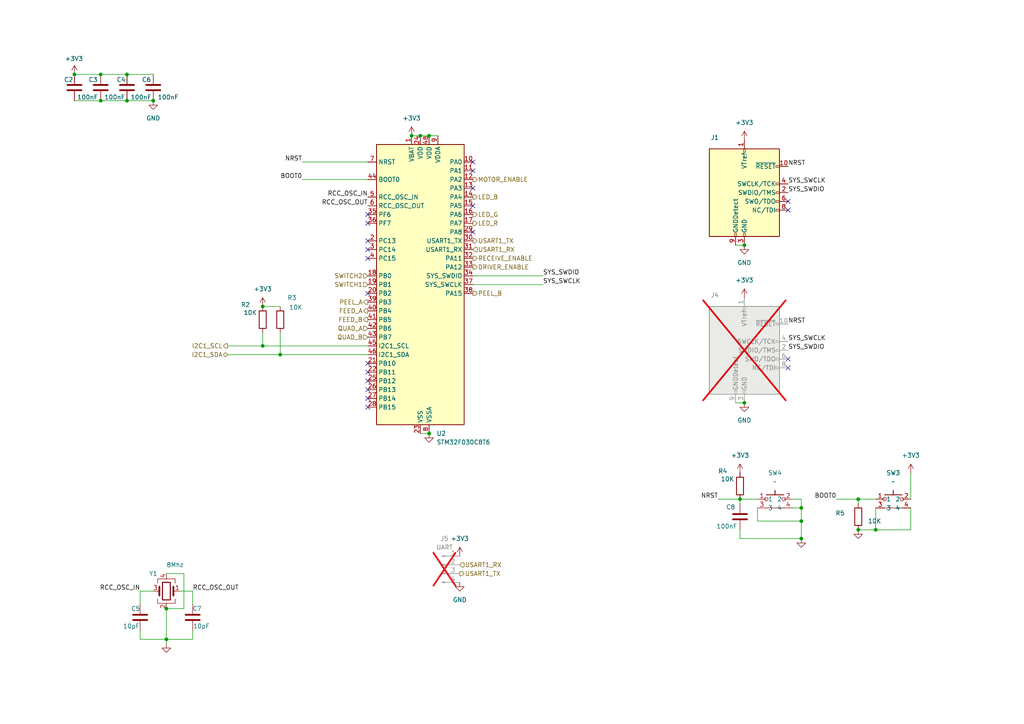
<source format=kicad_sch>
(kicad_sch (version 20250114) (generator "eeschema") (generator_version "9.0")
  (paper "A4")
  (lib_symbols
    (symbol "Connector:Conn_01x04_Pin" (pin_names (offset 1.016) (hide yes))
      (property "Reference" "J" (at 0 5.08 0))
      (property "Value" "Conn_01x04_Pin" (at 0 -7.62 0))
      (symbol "Conn_01x04_Pin_1_1"
        (rectangle (start 0.8636 2.667) (end 0 2.413) (stroke (width 0.1524)) (fill (type outline)))
        (rectangle (start 0.8636 0.127) (end 0 -0.127) (stroke (width 0.1524)) (fill (type outline)))
        (rectangle (start 0.8636 -2.413) (end 0 -2.667) (stroke (width 0.1524)) (fill (type outline)))
        (rectangle (start 0.8636 -4.953) (end 0 -5.207) (stroke (width 0.1524)) (fill (type outline)))
        (polyline (pts (xy 1.27 2.54) (xy 0.8636 2.54)) (stroke (width 0.1524)))
        (polyline (pts (xy 1.27 0) (xy 0.8636 0)) (stroke (width 0.1524)))
        (polyline (pts (xy 1.27 -2.54) (xy 0.8636 -2.54)) (stroke (width 0.1524)))
        (polyline (pts (xy 1.27 -5.08) (xy 0.8636 -5.08)) (stroke (width 0.1524)))
        (pin passive line (at 5.08 2.54 180) (length 3.81) (name "Pin_1") (number "1"))
        (pin passive line (at 5.08 0 180) (length 3.81) (name "Pin_2") (number "2"))
        (pin passive line (at 5.08 -2.54 180) (length 3.81) (name "Pin_3") (number "3"))
        (pin passive line (at 5.08 -5.08 180) (length 3.81) (name "Pin_4") (number "4"))
      )
    )
    (symbol "Connector:Conn_ARM_JTAG_SWD_10" (pin_names (offset 1.016))
      (property "Reference" "J" (at -2.54 16.51 0))
      (property "Value" "Conn_ARM_JTAG_SWD_10" (at -2.54 13.97 0))
      (symbol "Conn_ARM_JTAG_SWD_10_0_1"
        (rectangle (start -10.16 12.7) (end 10.16 -12.7) (stroke (width 0.254)) (fill (type background)))
        (rectangle (start -2.794 -12.7) (end -2.286 -11.684))
        (rectangle (start -0.254 12.7) (end 0.254 11.684))
        (rectangle (start -0.254 -12.7) (end 0.254 -11.684))
        (rectangle (start 9.144 2.286) (end 10.16 2.794))
        (rectangle (start 10.16 7.874) (end 9.144 7.366))
        (rectangle (start 10.16 -0.254) (end 9.144 0.254))
        (rectangle (start 10.16 -2.794) (end 9.144 -2.286))
      )
      (symbol "Conn_ARM_JTAG_SWD_10_1_1"
        (rectangle (start 9.144 -5.334) (end 10.16 -4.826))
        (pin no_connect line (at -10.16 0 0) (length 2.54) (hide yes) (name "KEY") (number "7"))
        (pin passive line (at -2.54 -15.24 90) (length 2.54) (name "GNDDetect") (number "9"))
        (pin power_in line (at 0 15.24 270) (length 2.54) (name "VTref") (number "1"))
        (pin power_in line (at 0 -15.24 90) (length 2.54) (name "GND") (number "3"))
        (pin passive line (at 0 -15.24 90) (length 2.54) (hide yes) (name "GND") (number "5"))
        (pin open_collector line (at 12.7 7.62 180) (length 2.54) (name "~{RESET}") (number "10"))
        (pin output line (at 12.7 2.54 180) (length 2.54) (name "SWCLK/TCK") (number "4"))
        (pin bidirectional line (at 12.7 0 180) (length 2.54) (name "SWDIO/TMS") (number "2"))
        (pin input line (at 12.7 -2.54 180) (length 2.54) (name "SWO/TDO") (number "6"))
        (pin output line (at 12.7 -5.08 180) (length 2.54) (name "NC/TDI") (number "8"))
      )
    )
    (symbol "Device:C" (pin_numbers (hide yes)) (pin_names (offset 0.254))
      (property "Reference" "C" (at 0.635 2.54 0))
      (property "Value" "C" (at 0.635 -2.54 0))
      (symbol "C_0_1"
        (polyline (pts (xy -2.032 0.762) (xy 2.032 0.762)) (stroke (width 0.508)))
        (polyline (pts (xy -2.032 -0.762) (xy 2.032 -0.762)) (stroke (width 0.508)))
      )
      (symbol "C_1_1"
        (pin passive line (at 0 3.81 270) (length 2.794) (name "~") (number "1"))
        (pin passive line (at 0 -3.81 90) (length 2.794) (name "~") (number "2"))
      )
    )
    (symbol "Device:Crystal_GND24" (pin_names (offset 1.016) (hide yes))
      (property "Reference" "Y" (at 3.175 5.08 0))
      (property "Value" "Crystal_GND24" (at 3.175 3.175 0))
      (symbol "Crystal_GND24_0_1"
        (polyline (pts (xy -2.54 2.286) (xy -2.54 3.556) (xy 2.54 3.556) (xy 2.54 2.286)))
        (polyline (pts (xy -2.54 0) (xy -2.032 0)))
        (polyline (pts (xy -2.54 -2.286) (xy -2.54 -3.556) (xy 2.54 -3.556) (xy 2.54 -2.286)))
        (polyline (pts (xy -2.032 -1.27) (xy -2.032 1.27)) (stroke (width 0.508)))
        (rectangle (start -1.143 2.54) (end 1.143 -2.54) (stroke (width 0.3048)))
        (polyline (pts (xy 0 3.556) (xy 0 3.81)))
        (polyline (pts (xy 0 -3.81) (xy 0 -3.556)))
        (polyline (pts (xy 2.032 0) (xy 2.54 0)))
        (polyline (pts (xy 2.032 -1.27) (xy 2.032 1.27)) (stroke (width 0.508)))
      )
      (symbol "Crystal_GND24_1_1"
        (pin passive line (at -3.81 0 0) (length 1.27) (name "1") (number "1"))
        (pin passive line (at 0 5.08 270) (length 1.27) (name "2") (number "2"))
        (pin passive line (at 0 -5.08 90) (length 1.27) (name "4") (number "4"))
        (pin passive line (at 3.81 0 180) (length 1.27) (name "3") (number "3"))
      )
    )
    (symbol "Device:R" (pin_numbers (hide yes)) (pin_names (offset 0))
      (property "Reference" "R" (at 2.032 0 90))
      (property "Value" "R" (at 0 0 90))
      (symbol "R_0_1"
        (rectangle (start -1.016 -2.54) (end 1.016 2.54) (stroke (width 0.254)))
      )
      (symbol "R_1_1"
        (pin passive line (at 0 3.81 270) (length 1.27) (name "~") (number "1"))
        (pin passive line (at 0 -3.81 90) (length 1.27) (name "~") (number "2"))
      )
    )
    (symbol "MCU_ST_STM32F0:STM32F031C6Tx"
      (property "Reference" "U" (at -12.7 41.91 0))
      (property "Value" "STM32F031C6Tx" (at 7.62 41.91 0))
      (symbol "STM32F031C6Tx_0_1"
        (rectangle (start -12.7 -40.64) (end 12.7 40.64) (stroke (width 0.254)) (fill (type background)))
      )
      (symbol "STM32F031C6Tx_1_1"
        (pin input line (at -15.24 35.56 0) (length 2.54) (name "NRST") (number "7"))
        (pin input line (at -15.24 30.48 0) (length 2.54) (name "BOOT0") (number "44"))
        (pin bidirectional line (at -15.24 25.4 0) (length 2.54) (name "PF0") (number "5") (alternate "RCC_OSC_IN" bidirectional line))
        (pin bidirectional line (at -15.24 22.86 0) (length 2.54) (name "PF1") (number "6") (alternate "RCC_OSC_OUT" bidirectional line))
        (pin bidirectional line (at -15.24 20.32 0) (length 2.54) (name "PF6") (number "35") (alternate "I2C1_SCL" bidirectional line))
        (pin bidirectional line (at -15.24 17.78 0) (length 2.54) (name "PF7") (number "36") (alternate "I2C1_SDA" bidirectional line))
        (pin bidirectional line (at -15.24 12.7 0) (length 2.54) (name "PC13") (number "2"))
        (pin bidirectional line (at -15.24 10.16 0) (length 2.54) (name "PC14") (number "3"))
        (pin bidirectional line (at -15.24 7.62 0) (length 2.54) (name "PC15") (number "4"))
        (pin bidirectional line (at -15.24 2.54 0) (length 2.54) (name "PB0") (number "18"))
        (pin bidirectional line (at -15.24 0 0) (length 2.54) (name "PB1") (number "19"))
        (pin bidirectional line (at -15.24 -2.54 0) (length 2.54) (name "PB2") (number "20"))
        (pin bidirectional line (at -15.24 -5.08 0) (length 2.54) (name "PB3") (number "39"))
        (pin bidirectional line (at -15.24 -7.62 0) (length 2.54) (name "PB4") (number "40"))
        (pin bidirectional line (at -15.24 -10.16 0) (length 2.54) (name "PB5") (number "41"))
        (pin bidirectional line (at -15.24 -12.7 0) (length 2.54) (name "PB6") (number "42") (alternate "I2C1_SCL" bidirectional line) (alternate "USART1_TX" bidirectional line))
        (pin bidirectional line (at -15.24 -15.24 0) (length 2.54) (name "PB7") (number "43") (alternate "I2C1_SDA" bidirectional line) (alternate "USART1_RX" bidirectional line))
        (pin bidirectional line (at -15.24 -17.78 0) (length 2.54) (name "PB8") (number "45") (alternate "I2C1_SCL" bidirectional line))
        (pin bidirectional line (at -15.24 -20.32 0) (length 2.54) (name "PB9") (number "46") (alternate "I2C1_SDA" bidirectional line))
        (pin bidirectional line (at -15.24 -22.86 0) (length 2.54) (name "PB10") (number "21") (alternate "I2C1_SCL" bidirectional line))
        (pin bidirectional line (at -15.24 -25.4 0) (length 2.54) (name "PB11") (number "22") (alternate "I2C1_SDA" bidirectional line))
        (pin bidirectional line (at -15.24 -27.94 0) (length 2.54) (name "PB12") (number "25"))
        (pin bidirectional line (at -15.24 -30.48 0) (length 2.54) (name "PB13") (number "26"))
        (pin bidirectional line (at -15.24 -33.02 0) (length 2.54) (name "PB14") (number "27"))
        (pin bidirectional line (at -15.24 -35.56 0) (length 2.54) (name "PB15") (number "28"))
        (pin power_in line (at -2.54 43.18 270) (length 2.54) (name "VBAT") (number "1"))
        (pin power_in line (at 0 43.18 270) (length 2.54) (name "VDD") (number "24"))
        (pin power_in line (at 0 -43.18 90) (length 2.54) (name "VSS") (number "23"))
        (pin passive line (at 0 -43.18 90) (length 2.54) (hide yes) (name "VSS") (number "47"))
        (pin power_in line (at 2.54 43.18 270) (length 2.54) (name "VDD") (number "48"))
        (pin power_in line (at 2.54 -43.18 90) (length 2.54) (name "VSSA") (number "8"))
        (pin power_in line (at 5.08 43.18 270) (length 2.54) (name "VDDA") (number "9"))
        (pin bidirectional line (at 15.24 35.56 180) (length 2.54) (name "PA0") (number "10"))
        (pin bidirectional line (at 15.24 33.02 180) (length 2.54) (name "PA1") (number "11"))
        (pin bidirectional line (at 15.24 30.48 180) (length 2.54) (name "PA2") (number "12") (alternate "USART1_TX" bidirectional line))
        (pin bidirectional line (at 15.24 27.94 180) (length 2.54) (name "PA3") (number "13") (alternate "USART1_RX" bidirectional line))
        (pin bidirectional line (at 15.24 25.4 180) (length 2.54) (name "PA4") (number "14"))
        (pin bidirectional line (at 15.24 22.86 180) (length 2.54) (name "PA5") (number "15"))
        (pin bidirectional line (at 15.24 20.32 180) (length 2.54) (name "PA6") (number "16"))
        (pin bidirectional line (at 15.24 17.78 180) (length 2.54) (name "PA7") (number "17"))
        (pin bidirectional line (at 15.24 15.24 180) (length 2.54) (name "PA8") (number "29"))
        (pin bidirectional line (at 15.24 12.7 180) (length 2.54) (name "PA9") (number "30") (alternate "I2C1_SCL" bidirectional line) (alternate "USART1_TX" bidirectional line))
        (pin bidirectional line (at 15.24 10.16 180) (length 2.54) (name "PA10") (number "31") (alternate "I2C1_SDA" bidirectional line) (alternate "USART1_RX" bidirectional line))
        (pin bidirectional line (at 15.24 7.62 180) (length 2.54) (name "PA11") (number "32"))
        (pin bidirectional line (at 15.24 5.08 180) (length 2.54) (name "PA12") (number "33"))
        (pin bidirectional line (at 15.24 2.54 180) (length 2.54) (name "PA13") (number "34") (alternate "SYS_SWDIO" bidirectional line))
        (pin bidirectional line (at 15.24 0 180) (length 2.54) (name "PA14") (number "37") (alternate "SYS_SWCLK" bidirectional line) (alternate "USART1_TX" bidirectional line))
        (pin bidirectional line (at 15.24 -2.54 180) (length 2.54) (name "PA15") (number "38") (alternate "USART1_RX" bidirectional line))
      )
    )
    (symbol "feeder:1TS003B-1400-3500A-CT"
      (property "Reference" "SW" (at -4.064 7.112 0))
      (symbol "1TS003B-1400-3500A-CT_0_1"
        (polyline (pts (xy -2.54 3.81) (xy 2.54 3.81)) (stroke (width 0.254)))
        (circle (center -2.54 2.54) (radius 0.508))
        (polyline (pts (xy -2.54 0) (xy 2.54 0)))
        (polyline (pts (xy 0 5.08) (xy 0 3.81)) (stroke (width 0.254)))
        (circle (center 2.54 2.54) (radius 0.508))
      )
      (symbol "1TS003B-1400-3500A-CT_1_1"
        (pin passive line (at -5.08 2.54 0) (length 2.54) (name "1") (number "1"))
        (pin passive line (at -5.08 0 0) (length 2.54) (name "3") (number "3"))
        (pin passive line (at 5.08 2.54 180) (length 2.54) (name "2") (number "2"))
        (pin passive line (at 5.08 0 180) (length 2.54) (name "4") (number "4"))
      )
    )
    (symbol "power:+3V3" (power) (pin_numbers (hide yes)) (pin_names (offset 0) (hide yes))
      (property "Value" "+3V3" (at 0 3.556 0))
      (symbol "+3V3_0_1"
        (polyline (pts (xy -0.762 1.27) (xy 0 2.54)))
        (polyline (pts (xy 0 2.54) (xy 0.762 1.27)))
        (polyline (pts (xy 0 0) (xy 0 2.54)))
      )
      (symbol "+3V3_1_1"
        (pin power_in line (at 0 0 90) (length 0) (name "~") (number "1"))
      )
    )
    (symbol "power:GND" (power) (pin_numbers (hide yes)) (pin_names (offset 0) (hide yes))
      (property "Value" "GND" (at 0 -3.81 0))
      (symbol "GND_0_1"
        (polyline (pts (xy 0 0) (xy 0 -1.27) (xy 1.27 -1.27) (xy 0 -2.54) (xy -1.27 -1.27) (xy 0 -1.27)))
      )
      (symbol "GND_1_1"
        (pin power_in line (at 0 0 270) (length 0) (name "~") (number "1"))
      )
    )
    (symbol "power:VDD" (power) (pin_numbers (hide yes)) (pin_names (offset 0) (hide yes))
      (property "Value" "VDD" (at 0 3.556 0))
      (symbol "VDD_0_1"
        (polyline (pts (xy -0.762 1.27) (xy 0 2.54)))
        (polyline (pts (xy 0 2.54) (xy 0.762 1.27)))
        (polyline (pts (xy 0 0) (xy 0 2.54)))
      )
      (symbol "VDD_1_1"
        (pin power_in line (at 0 0 90) (length 0) (name "~") (number "1"))
      )
    )
  )
  (junction (at 36.83 29.21))
  (junction (at 232.41 156.21))
  (junction (at 248.92 153.67))
  (junction (at 29.21 21.59))
  (junction (at 48.26 185.42))
  (junction (at 21.59 21.59))
  (junction (at 76.2 88.9))
  (junction (at 81.28 102.87))
  (junction (at 124.46 125.73))
  (junction (at 214.63 144.78))
  (junction (at 215.9 116.84))
  (junction (at 248.92 144.78))
  (junction (at 232.41 151.13))
  (junction (at 36.83 21.59))
  (junction (at 44.45 29.21))
  (junction (at 76.2 100.33))
  (junction (at 215.9 71.12))
  (junction (at 48.26 176.53))
  (junction (at 29.21 29.21))
  (junction (at 254 153.67))
  (junction (at 124.46 39.37))
  (junction (at 121.92 39.37))
  (junction (at 119.38 39.37))
  (junction (at 232.41 147.32))
  (no_connect (at 106.68 72.39))
  (no_connect (at 106.68 110.49))
  (no_connect (at 106.68 69.85))
  (no_connect (at 106.68 107.95))
  (no_connect (at 228.6 58.42))
  (no_connect (at 137.16 67.31))
  (no_connect (at 137.16 49.53))
  (no_connect (at 106.68 115.57))
  (no_connect (at 106.68 118.11))
  (no_connect (at 228.6 104.14))
  (no_connect (at 137.16 54.61))
  (no_connect (at 137.16 59.69))
  (no_connect (at 106.68 113.03))
  (no_connect (at 137.16 46.99))
  (no_connect (at 106.68 62.23))
  (no_connect (at 228.6 60.96))
  (no_connect (at 228.6 106.68))
  (no_connect (at 106.68 74.93))
  (no_connect (at 106.68 105.41))
  (no_connect (at 106.68 64.77))
  (no_connect (at 106.68 85.09))
  (wire (pts (xy 214.63 144.78) (xy 219.71 144.78)))
  (wire (pts (xy 29.21 29.21) (xy 36.83 29.21)))
  (wire (pts (xy 76.2 96.52) (xy 76.2 100.33)))
  (wire (pts (xy 254 153.67) (xy 248.92 153.67)))
  (wire (pts (xy 214.63 146.05) (xy 214.63 144.78)))
  (wire (pts (xy 87.63 52.07) (xy 106.68 52.07)))
  (wire (pts (xy 81.28 102.87) (xy 106.68 102.87)))
  (wire (pts (xy 248.92 144.78) (xy 254 144.78)))
  (wire (pts (xy 55.88 171.45) (xy 52.07 171.45)))
  (wire (pts (xy 53.34 166.37) (xy 53.34 176.53)))
  (wire (pts (xy 121.92 125.73) (xy 124.46 125.73)))
  (wire (pts (xy 21.59 29.21) (xy 29.21 29.21)))
  (wire (pts (xy 48.26 185.42) (xy 48.26 186.69)))
  (wire (pts (xy 121.92 39.37) (xy 124.46 39.37)))
  (wire (pts (xy 137.16 80.01) (xy 157.48 80.01)))
  (wire (pts (xy 264.16 137.16) (xy 264.16 144.78)))
  (wire (pts (xy 40.64 171.45) (xy 44.45 171.45)))
  (wire (pts (xy 264.16 153.67) (xy 254 153.67)))
  (wire (pts (xy 254 147.32) (xy 254 153.67)))
  (wire (pts (xy 29.21 21.59) (xy 36.83 21.59)))
  (wire (pts (xy 48.26 166.37) (xy 53.34 166.37)))
  (wire (pts (xy 76.2 88.9) (xy 81.28 88.9)))
  (wire (pts (xy 213.36 116.84) (xy 215.9 116.84)))
  (wire (pts (xy 232.41 144.78) (xy 232.41 147.32)))
  (wire (pts (xy 208.28 144.78) (xy 214.63 144.78)))
  (wire (pts (xy 66.04 102.87) (xy 81.28 102.87)))
  (wire (pts (xy 21.59 21.59) (xy 29.21 21.59)))
  (wire (pts (xy 48.26 185.42) (xy 40.64 185.42)))
  (wire (pts (xy 232.41 147.32) (xy 232.41 151.13)))
  (wire (pts (xy 214.63 156.21) (xy 214.63 153.67)))
  (wire (pts (xy 214.63 156.21) (xy 232.41 156.21)))
  (wire (pts (xy 137.16 82.55) (xy 157.48 82.55)))
  (wire (pts (xy 66.04 100.33) (xy 76.2 100.33)))
  (wire (pts (xy 242.57 144.78) (xy 248.92 144.78)))
  (wire (pts (xy 229.87 147.32) (xy 232.41 147.32)))
  (wire (pts (xy 124.46 39.37) (xy 127 39.37)))
  (wire (pts (xy 36.83 21.59) (xy 44.45 21.59)))
  (wire (pts (xy 53.34 176.53) (xy 48.26 176.53)))
  (wire (pts (xy 36.83 29.21) (xy 44.45 29.21)))
  (wire (pts (xy 76.2 100.33) (xy 106.68 100.33)))
  (wire (pts (xy 248.92 146.05) (xy 248.92 144.78)))
  (wire (pts (xy 219.71 147.32) (xy 219.71 151.13)))
  (wire (pts (xy 55.88 185.42) (xy 55.88 182.88)))
  (wire (pts (xy 40.64 175.26) (xy 40.64 171.45)))
  (wire (pts (xy 219.71 151.13) (xy 232.41 151.13)))
  (wire (pts (xy 55.88 175.26) (xy 55.88 171.45)))
  (wire (pts (xy 40.64 185.42) (xy 40.64 182.88)))
  (wire (pts (xy 48.26 176.53) (xy 48.26 185.42)))
  (wire (pts (xy 229.87 144.78) (xy 232.41 144.78)))
  (wire (pts (xy 213.36 71.12) (xy 215.9 71.12)))
  (wire (pts (xy 264.16 147.32) (xy 264.16 153.67)))
  (wire (pts (xy 232.41 151.13) (xy 232.41 156.21)))
  (wire (pts (xy 87.63 46.99) (xy 106.68 46.99)))
  (wire (pts (xy 119.38 39.37) (xy 121.92 39.37)))
  (wire (pts (xy 48.26 185.42) (xy 55.88 185.42)))
  (wire (pts (xy 81.28 96.52) (xy 81.28 102.87)))
  (label "SYS_SWDIO" (at 228.6 101.6 0))
  (label "SYS_SWDIO" (at 228.6 55.88 0))
  (label "RCC_OSC_OUT" (at 55.88 171.45 0))
  (label "RCC_OSC_IN" (at 40.64 171.45 180))
  (label "SYS_SWCLK" (at 228.6 53.34 0))
  (label "NRST" (at 228.6 48.26 0))
  (label "SYS_SWCLK" (at 157.48 82.55 0))
  (label "BOOT0" (at 242.57 144.78 180))
  (label "NRST" (at 87.63 46.99 180))
  (label "SYS_SWDIO" (at 157.48 80.01 0))
  (label "BOOT0" (at 87.63 52.07 180))
  (label "RCC_OSC_OUT" (at 106.68 59.69 180))
  (label "SYS_SWCLK" (at 228.6 99.06 0))
  (label "RCC_OSC_IN" (at 106.68 57.15 180))
  (label "NRST" (at 228.6 93.98 0))
  (label "NRST" (at 208.28 144.78 180))
  (hierarchical_label "USART1_TX" (shape output) (at 137.16 69.85 0))
  (hierarchical_label "FEED_B" (shape output) (at 106.68 92.71 180))
  (hierarchical_label "SWITCH2" (shape input) (at 106.68 80.01 180))
  (hierarchical_label "LED_R" (shape output) (at 137.16 64.77 0))
  (hierarchical_label "PEEL_B" (shape output) (at 137.16 85.09 0))
  (hierarchical_label "FEED_A" (shape output) (at 106.68 90.17 180))
  (hierarchical_label "PEEL_A" (shape output) (at 106.68 87.63 180))
  (hierarchical_label "DRIVER_ENABLE" (shape output) (at 137.16 77.47 0))
  (hierarchical_label "I2C1_SDA" (shape bidirectional) (at 66.04 102.87 180))
  (hierarchical_label "RECEIVE_ENABLE" (shape output) (at 137.16 74.93 0))
  (hierarchical_label "SWITCH1" (shape input) (at 106.68 82.55 180))
  (hierarchical_label "USART1_RX" (shape input) (at 133.35 163.83 0))
  (hierarchical_label "QUAD_B" (shape input) (at 106.68 97.79 180))
  (hierarchical_label "MOTOR_ENABLE" (shape output) (at 137.16 52.07 0))
  (hierarchical_label "USART1_RX" (shape input) (at 137.16 72.39 0))
  (hierarchical_label "LED_B" (shape output) (at 137.16 57.15 0))
  (hierarchical_label "QUAD_A" (shape input) (at 106.68 95.25 180))
  (hierarchical_label "LED_G" (shape output) (at 137.16 62.23 0))
  (hierarchical_label "USART1_TX" (shape output) (at 133.35 166.37 0))
  (hierarchical_label "I2C1_SCL" (shape output) (at 66.04 100.33 180))
  (symbol (lib_id "Device:C") (at 214.63 149.86 0) (unit 1)
    (property "Reference" "C8" (at 210.566 147.066 0) (effects (justify left)))
    (property "Value" "100nF" (at 207.772 152.654 0) (effects (justify left)))
    (property "Footprint" "Capacitor_SMD:C_0603_1608Metric" (effects (hide yes)))
    (property "Description" "Unpolarized capacitor" (effects (hide yes)))
    (property "LCSC" "C14663" (effects (hide yes)))
  )
  (symbol (lib_id "power:GND") (at 215.9 71.12 0) (unit 1)
    (property "Reference" "#PWR013" (effects (hide yes)))
    (property "Value" "GND" (at 215.9 76.2 0))
    (property "Description" "Power symbol creates a global label with name \"GND\" , ground" (effects (hide yes)))
  )
  (symbol (lib_id "Connector:Conn_ARM_JTAG_SWD_10") (at 215.9 55.88 0) (unit 1)
    (property "Reference" "J1" (at 208.534 39.878 0) (effects (justify right)))
    (property "Value" "Conn_ARM_JTAG_SWD_10" (effects (hide yes)))
    (property "Footprint" "Connector_PinHeader_1.27mm:PinHeader_2x05_P1.27mm_Vertical_SMD" (effects (hide yes)))
    (property "Datasheet" "https://www.lcsc.com/datasheet/lcsc_datasheet_2410121701_Hanbo-Electronic-HB-PH9-12725PB2GOB_C6332249.pdf" (effects (hide yes)))
    (property "Description" "Gold 250V 1A Policy 1mm 10P 4mm -40℃~+105℃ 1.27mm Brass Double Row Black 1.27mm 2x5P SMD,P=1.27mm Pin Headers ROHS" (effects (hide yes)))
    (property "LCSC" "C6332249" (effects (hide yes)))
  )
  (symbol (lib_id "power:+3V3") (at 214.63 137.16 0) (unit 1)
    (property "Reference" "#PWR011" (effects (hide yes)))
    (property "Value" "+3V3" (at 214.63 132.08 0))
    (property "Description" "Power symbol creates a global label with name \"+3V3\"" (effects (hide yes)))
  )
  (symbol (lib_id "Device:C") (at 40.64 179.07 180) (unit 1)
    (property "Reference" "C5" (at 39.37 176.53 0))
    (property "Value" "10pF" (at 38.1 181.61 0))
    (property "Footprint" "Capacitor_SMD:C_0603_1608Metric" (effects (hide yes)))
    (property "Description" "Unpolarized capacitor" (effects (hide yes)))
    (property "LCSC" "C1634" (effects (hide yes)))
  )
  (symbol (lib_id "power:VDD") (at 119.38 39.37 0) (unit 1)
    (property "Reference" "#PWR09" (effects (hide yes)))
    (property "Value" "+3V3" (at 119.38 34.29 0))
    (property "Description" "Power symbol creates a global label with name \"VDD\"" (effects (hide yes)))
  )
  (symbol (lib_id "power:GND") (at 248.92 153.67 0) (unit 1)
    (property "Reference" "#PWR015" (effects (hide yes)))
    (property "Value" "GND" (effects (hide yes)))
    (property "Description" "Power symbol creates a global label with name \"GND\" , ground" (effects (hide yes)))
  )
  (symbol (lib_id "Connector:Conn_ARM_JTAG_SWD_10") (at 215.9 101.6 0) (unit 1) (in_bom no) (dnp yes)
    (property "Reference" "J4" (at 208.534 85.598 0) (effects (justify right)))
    (property "Value" "Conn_ARM_JTAG_SWD_10" (effects (hide yes)))
    (property "Footprint" "Connector_PinHeader_1.27mm:PinHeader_2x05_P1.27mm_Vertical_SMD" (effects (hide yes)))
    (property "Datasheet" "https://www.lcsc.com/datasheet/lcsc_datasheet_2410121701_Hanbo-Electronic-HB-PH9-12725PB2GOB_C6332249.pdf" (effects (hide yes)))
    (property "Description" "Gold 250V 1A Policy 1mm 10P 4mm -40℃~+105℃ 1.27mm Brass Double Row Black 1.27mm 2x5P SMD,P=1.27mm Pin Headers ROHS" (effects (hide yes)))
    (property "LCSC" "C6332249" (effects (hide yes)))
  )
  (symbol (lib_id "power:+3V3") (at 76.2 88.9 0) (unit 1)
    (property "Reference" "#PWR08" (effects (hide yes)))
    (property "Value" "+3V3" (at 76.2 83.82 0))
    (property "Description" "Power symbol creates a global label with name \"+3V3\"" (effects (hide yes)))
  )
  (symbol (lib_id "Device:Crystal_GND24") (at 48.26 171.45 180) (unit 1)
    (property "Reference" "Y1" (at 44.45 166.37 0))
    (property "Value" "8Mhz" (at 50.8 163.83 0))
    (property "Footprint" "Crystal:Crystal_SMD_3225-4Pin_3.2x2.5mm" (effects (hide yes)))
    (property "Datasheet" "https://www.lcsc.com/datasheet/lcsc_datasheet_2411121140_HD-7B008000F01_C648984.pdf" (effects (hide yes)))
    (property "Description" "8MHz Surface Mount Crystal 8pF ±10ppm ±20ppm SMD3225-4P Crystals ROHS" (effects (hide yes)))
    (property "LCSC" "C648984" (effects (hide yes)))
  )
  (symbol (lib_id "feeder:1TS003B-1400-3500A-CT") (at 259.08 147.32 0) (unit 1)
    (property "Reference" "SW3" (at 259.08 137.16 0))
    (property "Value" "~" (at 259.08 139.7 0))
    (property "Footprint" "feeder:1TS003B-1400-3500A-CT" (effects (hide yes)))
    (property "Datasheet" "https://www.lcsc.com/datasheet/lcsc_datasheet_2412091016_HYP--Hongyuan-Precision-1TS003B-1400-3500A-CT_C319392.pdf" (effects (hide yes)))
    (property "Description" "None Without bracket 50mA 4.6mm 50,000 times 140gf 12V 1.82mm 3.5mm Rectangle button Horizontal attachment SPST SMD,1.8x4.6mm Tactile Switches ROHS" (effects (hide yes)))
    (property "#" "C319392" (effects (hide yes)))
    (property "Tape" "12x8" (effects (hide yes)))
    (property "Height" "1.8" (effects (hide yes)))
    (property "Width" "4.6" (effects (hide yes)))
    (property "Length" "2.3" (effects (hide yes)))
  )
  (symbol (lib_id "Device:R") (at 76.2 92.71 0) (unit 1)
    (property "Reference" "R2" (at 69.85 88.392 0) (effects (justify left)))
    (property "Value" "10K" (at 70.612 90.678 0) (effects (justify left)))
    (property "Footprint" "Resistor_SMD:R_0603_1608Metric" (effects (hide yes)))
    (property "Description" "Resistor" (effects (hide yes)))
    (property "LCSC" "C25804" (effects (hide yes)))
  )
  (symbol (lib_id "power:+3V3") (at 133.35 161.29 0) (unit 1)
    (property "Reference" "#PWR043" (effects (hide yes)))
    (property "Value" "+3V3" (at 133.35 156.21 0))
    (property "Description" "Power symbol creates a global label with name \"+3V3\"" (effects (hide yes)))
  )
  (symbol (lib_id "power:VDD") (at 21.59 21.59 0) (unit 1)
    (property "Reference" "#PWR05" (effects (hide yes)))
    (property "Value" "+3V3" (at 18.796 17.018 0) (effects (justify left)))
    (property "Description" "Power symbol creates a global label with name \"VDD\"" (effects (hide yes)))
  )
  (symbol (lib_id "Device:C") (at 36.83 25.4 0) (unit 1)
    (property "Reference" "C4" (at 33.782 23.114 0) (effects (justify left)))
    (property "Value" "100nF" (at 37.846 28.194 0) (effects (justify left)))
    (property "Footprint" "Capacitor_SMD:C_0603_1608Metric" (effects (hide yes)))
    (property "Description" "Unpolarized capacitor" (effects (hide yes)))
    (property "LCSC" "C14663" (effects (hide yes)))
  )
  (symbol (lib_id "Device:C") (at 44.45 25.4 0) (unit 1)
    (property "Reference" "C6" (at 41.148 23.114 0) (effects (justify left)))
    (property "Value" "100nF" (at 45.72 28.194 0) (effects (justify left)))
    (property "Footprint" "Capacitor_SMD:C_0603_1608Metric" (effects (hide yes)))
    (property "Description" "Unpolarized capacitor" (effects (hide yes)))
    (property "LCSC" "C14663" (effects (hide yes)))
  )
  (symbol (lib_id "power:+3V3") (at 215.9 86.36 0) (unit 1)
    (property "Reference" "#PWR041" (effects (hide yes)))
    (property "Value" "+3V3" (at 215.9 81.28 0))
    (property "Description" "Power symbol creates a global label with name \"+3V3\"" (effects (hide yes)))
  )
  (symbol (lib_id "Device:R") (at 214.63 140.97 0) (unit 1)
    (property "Reference" "R4" (at 208.28 136.652 0) (effects (justify left)))
    (property "Value" "10K" (at 209.042 138.938 0) (effects (justify left)))
    (property "Footprint" "Resistor_SMD:R_0603_1608Metric" (effects (hide yes)))
    (property "Datasheet" "https://www.lcsc.com/datasheet/lcsc_datasheet_2411221127_UNI-ROYAL-Uniroyal-Elec-0603WAF1002T5E_C25804.pdf" (effects (hide yes)))
    (property "Description" "0.1W Thick Film Resistors 75V ±100ppm/℃ ±1% 10kΩ 0603 Chip Resistor - Surface Mount ROHS" (effects (hide yes)))
    (property "LCSC" "C25804" (effects (hide yes)))
  )
  (symbol (lib_id "power:GND") (at 133.35 168.91 0) (unit 1)
    (property "Reference" "#PWR044" (effects (hide yes)))
    (property "Value" "GND" (at 133.35 173.99 0))
    (property "Description" "Power symbol creates a global label with name \"GND\" , ground" (effects (hide yes)))
  )
  (symbol (lib_id "Connector:Conn_01x04_Pin") (at 128.27 163.83 0) (unit 1) (in_bom no) (dnp yes)
    (property "Reference" "J5" (at 128.905 156.21 0))
    (property "Value" "UART" (at 128.905 158.75 0))
    (property "Footprint" "Connector_PinHeader_2.54mm:PinHeader_1x04_P2.54mm_Vertical" (effects (hide yes)))
    (property "Datasheet" "https://www.lcsc.com/datasheet/lcsc_datasheet_2409302232_XFCN-PZ254V-11-04P_C2691448.pdf" (effects (hide yes)))
    (property "Description" "250V 3A Straight Policy 2.5mm 4P 6mm -40℃~+105℃ 3mm 2.54mm Single Row Black 1x4P Plugin,P=2.54mm Pin Headers ROHS" (effects (hide yes)))
    (property "LCSC" "C2691448" (effects (hide yes)))
  )
  (symbol (lib_id "Device:C") (at 21.59 25.4 0) (unit 1)
    (property "Reference" "C2" (at 18.542 23.114 0) (effects (justify left)))
    (property "Value" "100nF" (at 22.352 28.194 0) (effects (justify left)))
    (property "Footprint" "Capacitor_SMD:C_0603_1608Metric" (effects (hide yes)))
    (property "Description" "Unpolarized capacitor" (effects (hide yes)))
    (property "LCSC" "C14663" (effects (hide yes)))
  )
  (symbol (lib_id "Device:C") (at 29.21 25.4 0) (unit 1)
    (property "Reference" "C3" (at 25.654 23.114 0) (effects (justify left)))
    (property "Value" "100nF" (at 30.226 28.194 0) (effects (justify left)))
    (property "Footprint" "Capacitor_SMD:C_0603_1608Metric" (effects (hide yes)))
    (property "Description" "Unpolarized capacitor" (effects (hide yes)))
    (property "LCSC" "C14663" (effects (hide yes)))
  )
  (symbol (lib_id "MCU_ST_STM32F0:STM32F031C6Tx") (at 121.92 82.55 0) (unit 1)
    (property "Reference" "U2" (at 126.6033 125.73 0) (effects (justify left)))
    (property "Value" "STM32F030C8T6" (at 126.6033 128.27 0) (effects (justify left)))
    (property "Footprint" "Package_QFP:LQFP-48_7x7mm_P0.5mm" (effects (hide yes)))
    (property "Datasheet" "https://www.lcsc.com/datasheet/lcsc_datasheet_2304140030_STMicroelectronics-STM32F030C8T6_C23922.pdf" (effects (hide yes)))
    (property "Description" "ARM-M0 48MHz LQFP-48(7x7) Microcontrollers (MCU/MPU/SOC) ROHS" (effects (hide yes)))
    (property "LCSC" "C23922" (effects (hide yes)))
    (pin "30" (alternate "USART1_TX"))
    (pin "6" (alternate "RCC_OSC_OUT"))
    (pin "37" (alternate "SYS_SWCLK"))
    (pin "31" (alternate "USART1_RX"))
    (pin "5" (alternate "RCC_OSC_IN"))
    (pin "34" (alternate "SYS_SWDIO"))
    (pin "45" (alternate "I2C1_SCL"))
    (pin "46" (alternate "I2C1_SDA"))
  )
  (symbol (lib_id "power:GND") (at 44.45 29.21 0) (unit 1)
    (property "Reference" "#PWR06" (effects (hide yes)))
    (property "Value" "GND" (at 44.45 34.29 0))
    (property "Description" "Power symbol creates a global label with name \"GND\" , ground" (effects (hide yes)))
  )
  (symbol (lib_id "Device:R") (at 248.92 149.86 0) (unit 1)
    (property "Reference" "R5" (at 242.316 148.844 0) (effects (justify left)))
    (property "Value" "10K" (at 251.714 151.13 0) (effects (justify left)))
    (property "Footprint" "Resistor_SMD:R_0603_1608Metric" (effects (hide yes)))
    (property "Description" "Resistor" (effects (hide yes)))
    (property "LCSC" "C25804" (effects (hide yes)))
  )
  (symbol (lib_id "power:GND") (at 215.9 116.84 0) (unit 1)
    (property "Reference" "#PWR042" (effects (hide yes)))
    (property "Value" "GND" (at 215.9 121.92 0))
    (property "Description" "Power symbol creates a global label with name \"GND\" , ground" (effects (hide yes)))
  )
  (symbol (lib_id "Device:R") (at 81.28 92.71 0) (unit 1)
    (property "Reference" "R3" (at 83.312 86.36 0) (effects (justify left)))
    (property "Value" "10K" (at 83.82 89.154 0) (effects (justify left)))
    (property "Footprint" "Resistor_SMD:R_0603_1608Metric" (effects (hide yes)))
    (property "Description" "Resistor" (effects (hide yes)))
    (property "LCSC" "C25804" (effects (hide yes)))
  )
  (symbol (lib_id "feeder:1TS003B-1400-3500A-CT") (at 224.79 147.32 0) (unit 1)
    (property "Reference" "SW4" (at 224.79 137.16 0))
    (property "Value" "~" (at 224.79 139.7 0))
    (property "Footprint" "feeder:1TS003B-1400-3500A-CT" (effects (hide yes)))
    (property "Datasheet" "https://www.lcsc.com/datasheet/lcsc_datasheet_2412091016_HYP--Hongyuan-Precision-1TS003B-1400-3500A-CT_C319392.pdf" (effects (hide yes)))
    (property "Description" "None Without bracket 50mA 4.6mm 50,000 times 140gf 12V 1.82mm 3.5mm Rectangle button Horizontal attachment SPST SMD,1.8x4.6mm Tactile Switches ROHS" (effects (hide yes)))
    (property "#" "C319392" (effects (hide yes)))
    (property "Tape" "12x8" (effects (hide yes)))
    (property "Height" "1.8" (effects (hide yes)))
    (property "Width" "4.6" (effects (hide yes)))
    (property "Field9" "2.3" (effects (hide yes)))
  )
  (symbol (lib_id "Device:C") (at 55.88 179.07 180) (unit 1)
    (property "Reference" "C7" (at 57.15 176.53 0))
    (property "Value" "10pF" (at 58.42 181.61 0))
    (property "Footprint" "Capacitor_SMD:C_0603_1608Metric" (effects (hide yes)))
    (property "Description" "Unpolarized capacitor" (effects (hide yes)))
    (property "LCSC" "C1634" (effects (hide yes)))
  )
  (symbol (lib_id "power:+3V3") (at 215.9 40.64 0) (unit 1)
    (property "Reference" "#PWR012" (effects (hide yes)))
    (property "Value" "+3V3" (at 215.9 35.56 0))
    (property "Description" "Power symbol creates a global label with name \"+3V3\"" (effects (hide yes)))
  )
  (symbol (lib_id "power:GND") (at 232.41 156.21 0) (unit 1)
    (property "Reference" "#PWR014" (effects (hide yes)))
    (property "Value" "GND" (effects (hide yes)))
    (property "Description" "Power symbol creates a global label with name \"GND\" , ground" (effects (hide yes)))
  )
  (symbol (lib_id "power:GND") (at 124.46 125.73 0) (unit 1)
    (property "Reference" "#PWR010" (effects (hide yes)))
    (property "Value" "GND" (effects (hide yes)))
    (property "Description" "Power symbol creates a global label with name \"GND\" , ground" (effects (hide yes)))
  )
  (symbol (lib_id "power:+3V3") (at 264.16 137.16 0) (unit 1)
    (property "Reference" "#PWR016" (effects (hide yes)))
    (property "Value" "+3V3" (at 264.16 132.08 0))
    (property "Description" "Power symbol creates a global label with name \"+3V3\"" (effects (hide yes)))
  )
  (symbol (lib_id "power:GND") (at 48.26 186.69 0) (unit 1)
    (property "Reference" "#PWR07" (effects (hide yes)))
    (property "Value" "GND" (effects (hide yes)))
    (property "Description" "Power symbol creates a global label with name \"GND\" , ground" (effects (hide yes)))
  )
)
</source>
